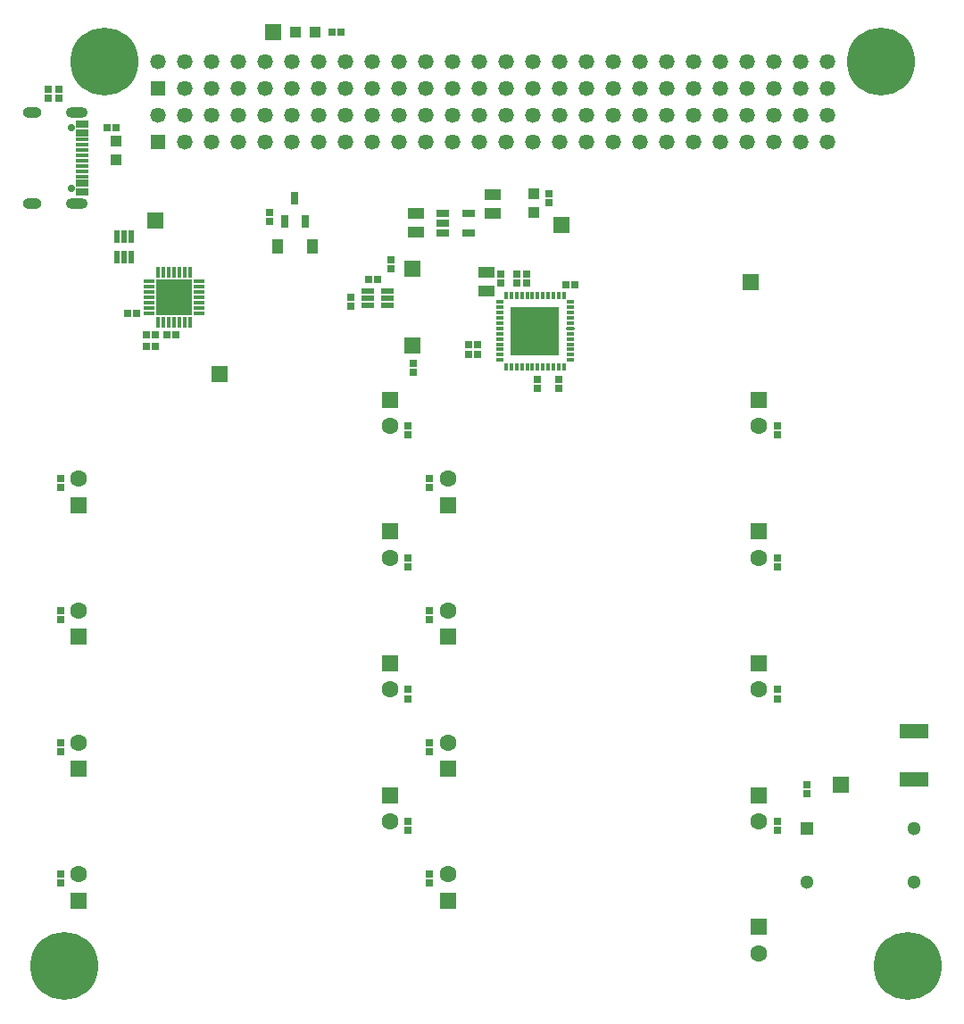
<source format=gbr>
%TF.GenerationSoftware,Altium Limited,Altium Designer,24.0.1 (36)*%
G04 Layer_Color=8388736*
%FSLAX45Y45*%
%MOMM*%
%TF.SameCoordinates,BC388B4F-315D-4572-B472-8F8CFEE0C7CC*%
%TF.FilePolarity,Negative*%
%TF.FileFunction,Soldermask,Top*%
%TF.Part,Single*%
G01*
G75*
%TA.AperFunction,ComponentPad*%
%ADD35C,1.30000*%
%ADD36R,1.30000X1.30000*%
%TA.AperFunction,SMDPad,CuDef*%
%ADD56R,0.50000X1.29000*%
%ADD57R,1.31000X0.69000*%
%ADD58R,1.01440X1.31920*%
%ADD59R,1.29000X0.50000*%
%ADD60R,1.10000X1.05000*%
%ADD61R,1.05000X1.10000*%
%ADD62R,3.45000X3.45000*%
%ADD63R,0.40000X1.05000*%
%ADD64R,1.05000X0.40000*%
%ADD65R,4.60000X4.60000*%
%ADD66R,0.35000X0.78000*%
%ADD67R,0.78000X0.35000*%
G04:AMPARAMS|DCode=68|XSize=0.35mm|YSize=0.78mm|CornerRadius=0.05625mm|HoleSize=0mm|Usage=FLASHONLY|Rotation=90.000|XOffset=0mm|YOffset=0mm|HoleType=Round|Shape=RoundedRectangle|*
%AMROUNDEDRECTD68*
21,1,0.35000,0.66750,0,0,90.0*
21,1,0.23750,0.78000,0,0,90.0*
1,1,0.11250,0.33375,0.11875*
1,1,0.11250,0.33375,-0.11875*
1,1,0.11250,-0.33375,-0.11875*
1,1,0.11250,-0.33375,0.11875*
%
%ADD68ROUNDEDRECTD68*%
%TA.AperFunction,ConnectorPad*%
%ADD69R,1.24000X0.70000*%
%ADD70R,1.24000X0.40000*%
%TA.AperFunction,SMDPad,CuDef*%
%ADD71R,0.70000X0.75000*%
%ADD72R,0.75000X0.70000*%
%ADD73R,1.50000X1.10000*%
%ADD74R,2.80000X1.45000*%
%ADD75R,0.70000X1.30000*%
%TA.AperFunction,ComponentPad*%
%ADD76R,1.60800X1.60800*%
%ADD77C,1.60800*%
%ADD78C,0.70000*%
%ADD79O,2.10000X1.00000*%
%ADD80O,1.80000X1.00000*%
%ADD81R,1.60000X1.60000*%
%ADD82R,1.60000X1.60000*%
%TA.AperFunction,ViaPad*%
%ADD83C,6.45000*%
%TA.AperFunction,ComponentPad*%
%ADD84C,1.47000*%
%ADD85R,1.47000X1.47000*%
%TA.AperFunction,ViaPad*%
%ADD86C,0.70000*%
D35*
X8575000Y1808000D02*
D03*
Y1300000D02*
D03*
X7559000D02*
D03*
D36*
Y1808000D02*
D03*
D56*
X1145248Y7229001D02*
D03*
X1080248D02*
D03*
X1015248D02*
D03*
Y7421001D02*
D03*
X1080248D02*
D03*
X1145248D02*
D03*
D57*
X4350500Y7645000D02*
D03*
Y7455000D02*
D03*
X4099500D02*
D03*
Y7550000D02*
D03*
Y7645000D02*
D03*
D58*
X2536170Y7325000D02*
D03*
X2863830D02*
D03*
D59*
X3388400Y6901100D02*
D03*
Y6836100D02*
D03*
Y6771100D02*
D03*
X3580400D02*
D03*
Y6836100D02*
D03*
Y6901100D02*
D03*
D60*
X4969400Y7650600D02*
D03*
Y7830600D02*
D03*
X1005000Y8150000D02*
D03*
Y8330000D02*
D03*
D61*
X2707640Y9357360D02*
D03*
X2887640D02*
D03*
D62*
X1553340Y6847059D02*
D03*
D63*
X1403340Y7087059D02*
D03*
X1453340D02*
D03*
X1503340D02*
D03*
X1553340D02*
D03*
X1603340D02*
D03*
X1653340D02*
D03*
X1703340D02*
D03*
Y6607060D02*
D03*
X1653340D02*
D03*
X1603340D02*
D03*
X1553340D02*
D03*
X1503340D02*
D03*
X1453340D02*
D03*
X1403340D02*
D03*
D64*
X1793340Y6997059D02*
D03*
Y6947060D02*
D03*
Y6897060D02*
D03*
Y6847060D02*
D03*
Y6797060D02*
D03*
Y6747060D02*
D03*
Y6697060D02*
D03*
X1313340D02*
D03*
Y6747060D02*
D03*
Y6797060D02*
D03*
Y6847060D02*
D03*
Y6897060D02*
D03*
Y6947060D02*
D03*
Y6997059D02*
D03*
D65*
X4977499Y6526001D02*
D03*
D66*
X5252499Y6189501D02*
D03*
X5052499D02*
D03*
X4902499D02*
D03*
X5102499D02*
D03*
X5152499D02*
D03*
X5202499D02*
D03*
X4702500D02*
D03*
X4752500D02*
D03*
X4802500D02*
D03*
X4852500D02*
D03*
X5002499D02*
D03*
X4952499D02*
D03*
Y6862500D02*
D03*
X4852500D02*
D03*
X4802500D02*
D03*
X4752500D02*
D03*
X5052499D02*
D03*
X4902499D02*
D03*
X5102499D02*
D03*
X5152499D02*
D03*
X5202499D02*
D03*
X4702500D02*
D03*
X5002499D02*
D03*
X5252499D02*
D03*
D67*
X5313999Y6251001D02*
D03*
Y6801000D02*
D03*
Y6751000D02*
D03*
Y6401001D02*
D03*
Y6451001D02*
D03*
Y6501001D02*
D03*
Y6601001D02*
D03*
Y6651000D02*
D03*
Y6701000D02*
D03*
Y6351001D02*
D03*
Y6301001D02*
D03*
X4641000Y6651000D02*
D03*
Y6601001D02*
D03*
Y6501001D02*
D03*
Y6551001D02*
D03*
Y6701000D02*
D03*
Y6751000D02*
D03*
Y6251001D02*
D03*
Y6301001D02*
D03*
Y6351001D02*
D03*
Y6401001D02*
D03*
Y6451001D02*
D03*
Y6801000D02*
D03*
D68*
X5313999Y6551001D02*
D03*
D69*
X685000Y8487500D02*
D03*
Y8407500D02*
D03*
Y7927500D02*
D03*
Y7847500D02*
D03*
D70*
Y8192500D02*
D03*
Y8242500D02*
D03*
Y8292500D02*
D03*
Y8342500D02*
D03*
Y8142500D02*
D03*
Y8092500D02*
D03*
Y8042500D02*
D03*
Y7992500D02*
D03*
D71*
X5200000Y6067500D02*
D03*
Y5982500D02*
D03*
X5109400Y7745600D02*
D03*
Y7830600D02*
D03*
X3612500Y7202500D02*
D03*
Y7117500D02*
D03*
X3820000Y6135000D02*
D03*
Y6220000D02*
D03*
X3232500Y6845000D02*
D03*
Y6760000D02*
D03*
X360000Y8822500D02*
D03*
Y8737500D02*
D03*
X460000Y8822500D02*
D03*
Y8737500D02*
D03*
X4650000Y6982500D02*
D03*
Y7067500D02*
D03*
X5002500Y6067500D02*
D03*
Y5982500D02*
D03*
X4900000Y7067500D02*
D03*
Y6982500D02*
D03*
X4802500Y7067500D02*
D03*
Y6982500D02*
D03*
X7560000Y2222500D02*
D03*
Y2137500D02*
D03*
X2460000Y7567500D02*
D03*
Y7652500D02*
D03*
X3775000Y1790000D02*
D03*
Y1875000D02*
D03*
Y3040000D02*
D03*
Y3125000D02*
D03*
Y4290000D02*
D03*
Y4375000D02*
D03*
Y5540000D02*
D03*
Y5625000D02*
D03*
X475000Y1290000D02*
D03*
Y1375000D02*
D03*
Y2540000D02*
D03*
Y2625000D02*
D03*
Y3790000D02*
D03*
Y3875000D02*
D03*
Y5040000D02*
D03*
Y5125000D02*
D03*
X7275000Y1790000D02*
D03*
Y1875000D02*
D03*
Y3040000D02*
D03*
Y3125000D02*
D03*
Y4290000D02*
D03*
Y4375000D02*
D03*
Y5540000D02*
D03*
Y5625000D02*
D03*
X3975000Y1290000D02*
D03*
Y1375000D02*
D03*
Y2540000D02*
D03*
Y2625000D02*
D03*
Y3790000D02*
D03*
Y3875000D02*
D03*
Y5040000D02*
D03*
Y5125000D02*
D03*
D72*
X3480000Y7012500D02*
D03*
X3395000D02*
D03*
X1288340Y6489560D02*
D03*
X1373340D02*
D03*
X1568340D02*
D03*
X1483340D02*
D03*
X1373340Y6382060D02*
D03*
X1288340D02*
D03*
X1195840Y6697060D02*
D03*
X1110840D02*
D03*
X3134360Y9357360D02*
D03*
X3049360D02*
D03*
X5272500Y6965000D02*
D03*
X5357500D02*
D03*
X4350000Y6300000D02*
D03*
X4435000D02*
D03*
X4350000Y6400000D02*
D03*
X4435000D02*
D03*
X1002500Y8457500D02*
D03*
X917500D02*
D03*
D73*
X4575000Y7645000D02*
D03*
Y7822800D02*
D03*
X4512500Y6906100D02*
D03*
Y7083900D02*
D03*
X3850000Y7461100D02*
D03*
Y7638900D02*
D03*
D74*
X8575000Y2727500D02*
D03*
Y2272500D02*
D03*
D75*
X2700000Y7785000D02*
D03*
X2795000Y7565000D02*
D03*
X2605000D02*
D03*
D76*
X7100000Y2125000D02*
D03*
Y3375000D02*
D03*
Y4625000D02*
D03*
Y5875000D02*
D03*
X4150000Y1125000D02*
D03*
Y2375000D02*
D03*
Y3625000D02*
D03*
Y4875000D02*
D03*
X3600000Y2125000D02*
D03*
Y3375000D02*
D03*
Y4625000D02*
D03*
Y5875000D02*
D03*
X650000Y1125000D02*
D03*
Y2375000D02*
D03*
Y3625000D02*
D03*
Y4875000D02*
D03*
X7100000Y875000D02*
D03*
D77*
Y1875000D02*
D03*
Y3125000D02*
D03*
Y4375000D02*
D03*
Y5625000D02*
D03*
X4150000Y1375000D02*
D03*
Y2625000D02*
D03*
Y3875000D02*
D03*
Y5125000D02*
D03*
X3600000Y1875000D02*
D03*
Y3125000D02*
D03*
Y4375000D02*
D03*
Y5625000D02*
D03*
X650000Y1375000D02*
D03*
Y2625000D02*
D03*
Y3875000D02*
D03*
Y5125000D02*
D03*
X7100000Y625000D02*
D03*
D78*
X578000Y7878500D02*
D03*
Y8456500D02*
D03*
D79*
X627000Y8600000D02*
D03*
Y7735000D02*
D03*
D80*
X210000Y8600000D02*
D03*
Y7735000D02*
D03*
D81*
X3812500Y6390000D02*
D03*
D82*
Y7117500D02*
D03*
X1375000Y7577500D02*
D03*
X2496820Y9357500D02*
D03*
X7875000Y2225000D02*
D03*
X1985000Y6117500D02*
D03*
X7022500Y6987500D02*
D03*
X5225000Y7530000D02*
D03*
D83*
X8255000Y9080500D02*
D03*
X889000D02*
D03*
X8509000Y508000D02*
D03*
X508000D02*
D03*
D84*
X2159000Y9080500D02*
D03*
X3683000D02*
D03*
X2921000D02*
D03*
X2667000D02*
D03*
X2413000D02*
D03*
X3429000D02*
D03*
X1905000D02*
D03*
X1651000D02*
D03*
X3175000D02*
D03*
X1397000D02*
D03*
X6223000D02*
D03*
X6477000Y8826500D02*
D03*
X7493000Y9080500D02*
D03*
Y8826500D02*
D03*
X7239000Y9080500D02*
D03*
Y8826500D02*
D03*
X6985000Y9080500D02*
D03*
Y8826500D02*
D03*
X6731000Y9080500D02*
D03*
Y8826500D02*
D03*
X6477000Y9080500D02*
D03*
X7747000D02*
D03*
Y8826500D02*
D03*
X6223000D02*
D03*
X3175000D02*
D03*
X4445000D02*
D03*
X3683000D02*
D03*
X3937000D02*
D03*
X4191000D02*
D03*
X3429000D02*
D03*
X5969000D02*
D03*
X5715000D02*
D03*
X5461000D02*
D03*
X4699000D02*
D03*
X4953000D02*
D03*
X5207000D02*
D03*
X2159000D02*
D03*
X2921000D02*
D03*
X2667000D02*
D03*
X2413000D02*
D03*
X1905000D02*
D03*
X1651000D02*
D03*
X5207000Y9080500D02*
D03*
X5969000D02*
D03*
X5715000D02*
D03*
X5461000D02*
D03*
X4953000D02*
D03*
X4699000D02*
D03*
X4445000D02*
D03*
X4191000D02*
D03*
X3937000D02*
D03*
X2159000Y8572500D02*
D03*
X3683000D02*
D03*
X2921000D02*
D03*
X2667000D02*
D03*
X2413000D02*
D03*
X3429000D02*
D03*
X1905000D02*
D03*
X1651000D02*
D03*
X3175000D02*
D03*
X1397000D02*
D03*
X6223000D02*
D03*
X6477000Y8318500D02*
D03*
X7493000Y8572500D02*
D03*
Y8318500D02*
D03*
X7239000Y8572500D02*
D03*
Y8318500D02*
D03*
X6985000Y8572500D02*
D03*
Y8318500D02*
D03*
X6731000Y8572500D02*
D03*
Y8318500D02*
D03*
X6477000Y8572500D02*
D03*
X7747000D02*
D03*
Y8318500D02*
D03*
X6223000D02*
D03*
X3175000D02*
D03*
X4445000D02*
D03*
X3683000D02*
D03*
X3937000D02*
D03*
X4191000D02*
D03*
X3429000D02*
D03*
X5969000D02*
D03*
X5715000D02*
D03*
X5461000D02*
D03*
X4699000D02*
D03*
X4953000D02*
D03*
X5207000D02*
D03*
X2159000D02*
D03*
X2921000D02*
D03*
X2667000D02*
D03*
X2413000D02*
D03*
X1905000D02*
D03*
X1651000D02*
D03*
X5207000Y8572500D02*
D03*
X5969000D02*
D03*
X5715000D02*
D03*
X5461000D02*
D03*
X4953000D02*
D03*
X4699000D02*
D03*
X4445000D02*
D03*
X4191000D02*
D03*
X3937000D02*
D03*
D85*
X1397000Y8826500D02*
D03*
Y8318500D02*
D03*
D86*
X4827500Y6526000D02*
D03*
X4977500Y6376000D02*
D03*
X4827500D02*
D03*
X5127500D02*
D03*
Y6676000D02*
D03*
X4827500D02*
D03*
X5127500Y6526000D02*
D03*
X4977500Y6676000D02*
D03*
X4977499Y6526001D02*
D03*
X1553340Y6847059D02*
D03*
%TF.MD5,00e6a3c0e39a4953cd1c267fa6943a2f*%
M02*

</source>
